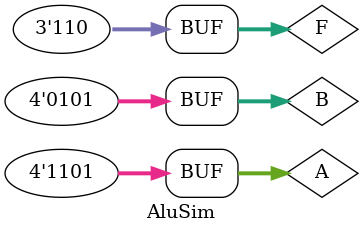
<source format=sv>
`timescale 1ns / 1ps


module AluSim();
reg [3:0] A;
reg [3:0] B;
reg [2:0] F;
wire Cout;
wire [3:0] Y;

Alu a(F,A,B,Cout,Y);

initial
begin
/*
F = 3'b000; A = 4'b0101; B = 4'b0001; #100 F = 3'b001; #100 F = 3'b010; #100 F = 3'b011; #100 F = 3'b100; 
#100 F = 3'b101; #100 F = 3'b110; #100 F = 3'b111;*/
F = 3'b110; A = 4'b1101; B = 4'b0101;
end  

endmodule

</source>
